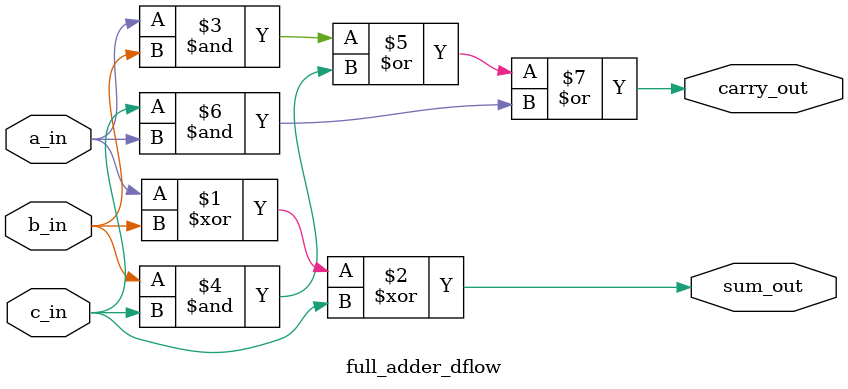
<source format=v>
/*
module ripple_adder(a, b, cin, s);
input [3:0] a;
input [3:0] b;
input cin;
output [3:0]s;
//input a1, b1, a2, b2, a3, b3, a4, b4, cin;
//output s0, s1, s2, s3;
wire c0, c1, c2, c3;
full_adder f1(a[0], b[0], cin, s[0], c0);
full_adder f2(a[1], b[1], c0, s[1], c1);
full_adder f3(a[2], b[2], c1, s[2], c2);
full_adder f4(a[3], b[3], c2, s[3], c3);
endmodule 

*/
module full_adder_dflow(a_in,
                  b_in,
		  c_in,
		  sum_out,
		  carry_out);
		  
		  
input a_in,b_in,c_in;
output sum_out,carry_out; 

assign sum_out = a_in^b_in^c_in;
assign carry_out= (a_in&b_in) |(b_in&c_in)|(c_in&a_in);
endmodule
</source>
